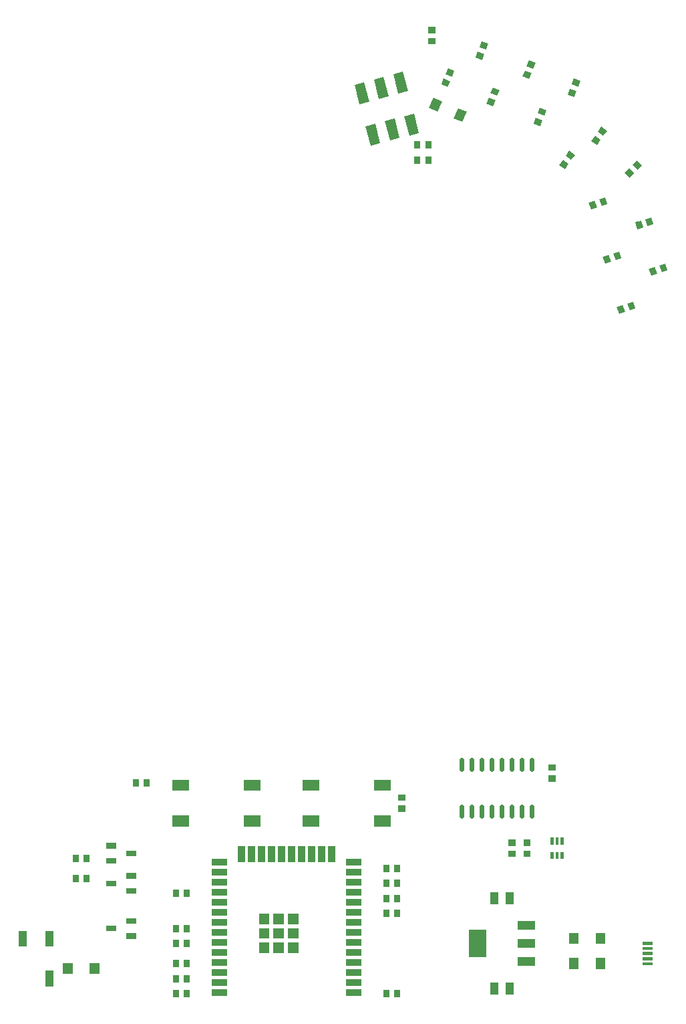
<source format=gbp>
G04 Layer: BottomPasteMaskLayer*
G04 EasyEDA v6.4.17, 2021-02-25T15:28:36--5:00*
G04 aa3373424ab044808dd5acc0b6461e4b,072da06717534aa28f27f5ff42559d36,10*
G04 Gerber Generator version 0.2*
G04 Scale: 100 percent, Rotated: No, Reflected: No *
G04 Dimensions in inches *
G04 leading zeros omitted , absolute positions ,3 integer and 6 decimal *
%FSLAX36Y36*%
%MOIN*%

%ADD26C,0.0236*%

%LPD*%
D26*
X2875000Y1418377D02*
G01*
X2875000Y1465621D01*
X2925000Y1418377D02*
G01*
X2925000Y1465621D01*
X2975000Y1418377D02*
G01*
X2975000Y1465621D01*
X3025000Y1418377D02*
G01*
X3025000Y1465621D01*
X3075000Y1418377D02*
G01*
X3075000Y1465621D01*
X3125000Y1418377D02*
G01*
X3125000Y1465621D01*
X3175000Y1418377D02*
G01*
X3175000Y1465621D01*
X3225000Y1418377D02*
G01*
X3225000Y1465621D01*
X2875000Y1184378D02*
G01*
X2875000Y1231622D01*
X2925000Y1184378D02*
G01*
X2925000Y1231622D01*
X2975000Y1184378D02*
G01*
X2975000Y1231622D01*
X3025000Y1184378D02*
G01*
X3025000Y1231622D01*
X3075000Y1184378D02*
G01*
X3075000Y1231622D01*
X3125000Y1184378D02*
G01*
X3125000Y1231622D01*
X3175000Y1184378D02*
G01*
X3175000Y1231622D01*
X3225000Y1184378D02*
G01*
X3225000Y1231622D01*
G36*
X3094684Y294488D02*
G01*
X3134054Y294488D01*
X3134054Y355511D01*
X3094684Y355511D01*
G37*
G36*
X3015945Y294488D02*
G01*
X3055315Y294488D01*
X3055315Y355511D01*
X3015945Y355511D01*
G37*
G36*
X3015945Y744488D02*
G01*
X3055315Y744488D01*
X3055315Y805511D01*
X3015945Y805511D01*
G37*
G36*
X3094684Y744488D02*
G01*
X3134054Y744488D01*
X3134054Y805511D01*
X3094684Y805511D01*
G37*
G36*
X2909692Y618897D02*
G01*
X2909692Y481102D01*
X2996306Y481102D01*
X2996306Y618897D01*
G37*
G36*
X3153693Y481102D02*
G01*
X3153693Y437795D01*
X3240307Y437795D01*
X3240307Y481102D01*
G37*
G36*
X3153693Y571653D02*
G01*
X3153693Y528346D01*
X3240307Y528346D01*
X3240307Y571653D01*
G37*
G36*
X3153693Y662204D02*
G01*
X3153693Y618897D01*
X3240307Y618897D01*
X3240307Y662204D01*
G37*
G36*
X3409449Y547440D02*
G01*
X3456692Y547440D01*
X3456692Y602559D01*
X3409449Y602559D01*
G37*
G36*
X3543307Y547440D02*
G01*
X3590550Y547440D01*
X3590550Y602559D01*
X3543307Y602559D01*
G37*
G36*
X3409449Y422440D02*
G01*
X3456692Y422440D01*
X3456692Y477559D01*
X3409449Y477559D01*
G37*
G36*
X3543307Y422440D02*
G01*
X3590550Y422440D01*
X3590550Y477559D01*
X3543307Y477559D01*
G37*
G36*
X1231728Y1332283D02*
G01*
X1263224Y1332283D01*
X1263224Y1367716D01*
X1231728Y1367716D01*
G37*
G36*
X1286845Y1332283D02*
G01*
X1318342Y1332283D01*
X1318342Y1367716D01*
X1286845Y1367716D01*
G37*
G36*
X2668189Y4547716D02*
G01*
X2636692Y4547716D01*
X2636692Y4512283D01*
X2668189Y4512283D01*
G37*
G36*
X2723307Y4547716D02*
G01*
X2691810Y4547716D01*
X2691810Y4512283D01*
X2723307Y4512283D01*
G37*
G36*
X2668189Y4472716D02*
G01*
X2636692Y4472716D01*
X2636692Y4437283D01*
X2668189Y4437283D01*
G37*
G36*
X2723307Y4472716D02*
G01*
X2691810Y4472716D01*
X2691810Y4437283D01*
X2723307Y4437283D01*
G37*
G36*
X2834095Y4662710D02*
G01*
X2877583Y4644250D01*
X2899120Y4694987D01*
X2855631Y4713447D01*
G37*
G36*
X2710879Y4715012D02*
G01*
X2754368Y4696552D01*
X2775904Y4747289D01*
X2732416Y4765749D01*
G37*
G36*
X2536810Y907283D02*
G01*
X2568307Y907283D01*
X2568307Y942716D01*
X2536810Y942716D01*
G37*
G36*
X2481692Y907283D02*
G01*
X2513189Y907283D01*
X2513189Y942716D01*
X2481692Y942716D01*
G37*
G36*
X2536810Y832283D02*
G01*
X2568307Y832283D01*
X2568307Y867716D01*
X2536810Y867716D01*
G37*
G36*
X2481692Y832283D02*
G01*
X2513189Y832283D01*
X2513189Y867716D01*
X2481692Y867716D01*
G37*
G36*
X2536810Y757283D02*
G01*
X2568307Y757283D01*
X2568307Y792716D01*
X2536810Y792716D01*
G37*
G36*
X2481692Y757283D02*
G01*
X2513189Y757283D01*
X2513189Y792716D01*
X2481692Y792716D01*
G37*
G36*
X2536810Y682283D02*
G01*
X2568307Y682283D01*
X2568307Y717716D01*
X2536810Y717716D01*
G37*
G36*
X2481692Y682283D02*
G01*
X2513189Y682283D01*
X2513189Y717716D01*
X2481692Y717716D01*
G37*
G36*
X1065550Y452559D02*
G01*
X1018307Y452559D01*
X1018307Y397440D01*
X1065550Y397440D01*
G37*
G36*
X931692Y452559D02*
G01*
X884449Y452559D01*
X884449Y397440D01*
X931692Y397440D01*
G37*
G36*
X797244Y612795D02*
G01*
X797244Y534054D01*
X836613Y534054D01*
X836613Y612795D01*
G37*
G36*
X797244Y415945D02*
G01*
X797244Y337204D01*
X836613Y337204D01*
X836613Y415945D01*
G37*
G36*
X663386Y612795D02*
G01*
X663386Y534054D01*
X702755Y534054D01*
X702755Y612795D01*
G37*
G36*
X1463189Y817716D02*
G01*
X1431692Y817716D01*
X1431692Y782283D01*
X1463189Y782283D01*
G37*
G36*
X1518307Y817716D02*
G01*
X1486810Y817716D01*
X1486810Y782283D01*
X1518307Y782283D01*
G37*
G36*
X1150406Y611220D02*
G01*
X1150406Y638779D01*
X1101193Y638779D01*
X1101193Y611220D01*
G37*
G36*
X1248806Y573820D02*
G01*
X1248806Y601379D01*
X1199593Y601379D01*
X1199593Y573820D01*
G37*
G36*
X1248806Y648620D02*
G01*
X1248806Y676179D01*
X1199593Y676179D01*
X1199593Y648620D01*
G37*
G36*
X1199593Y1013779D02*
G01*
X1199593Y986220D01*
X1248806Y986220D01*
X1248806Y1013779D01*
G37*
G36*
X1101193Y1051179D02*
G01*
X1101193Y1023620D01*
X1150406Y1023620D01*
X1150406Y1051179D01*
G37*
G36*
X1101193Y976379D02*
G01*
X1101193Y948820D01*
X1150406Y948820D01*
X1150406Y976379D01*
G37*
G36*
X1150406Y836220D02*
G01*
X1150406Y863779D01*
X1101193Y863779D01*
X1101193Y836220D01*
G37*
G36*
X1248806Y798820D02*
G01*
X1248806Y826379D01*
X1199593Y826379D01*
X1199593Y798820D01*
G37*
G36*
X1248806Y873620D02*
G01*
X1248806Y901179D01*
X1199593Y901179D01*
X1199593Y873620D01*
G37*
G36*
X1463189Y642716D02*
G01*
X1431692Y642716D01*
X1431692Y607283D01*
X1463189Y607283D01*
G37*
G36*
X1518307Y642716D02*
G01*
X1486810Y642716D01*
X1486810Y607283D01*
X1518307Y607283D01*
G37*
G36*
X986810Y857283D02*
G01*
X1018307Y857283D01*
X1018307Y892716D01*
X986810Y892716D01*
G37*
G36*
X931692Y857283D02*
G01*
X963189Y857283D01*
X963189Y892716D01*
X931692Y892716D01*
G37*
G36*
X986810Y957283D02*
G01*
X1018307Y957283D01*
X1018307Y992716D01*
X986810Y992716D01*
G37*
G36*
X931692Y957283D02*
G01*
X963189Y957283D01*
X963189Y992716D01*
X931692Y992716D01*
G37*
G36*
X3107282Y1013189D02*
G01*
X3107282Y981693D01*
X3142717Y981693D01*
X3142717Y1013189D01*
G37*
G36*
X3107282Y1068306D02*
G01*
X3107282Y1036810D01*
X3142717Y1036810D01*
X3142717Y1068306D01*
G37*
G36*
X3182282Y1013189D02*
G01*
X3182282Y981693D01*
X3217717Y981693D01*
X3217717Y1013189D01*
G37*
G36*
X3182282Y1068306D02*
G01*
X3182282Y1036810D01*
X3217717Y1036810D01*
X3217717Y1068306D01*
G37*
G36*
X1870471Y1311024D02*
G01*
X1870471Y1366142D01*
X1787794Y1366142D01*
X1787794Y1311024D01*
G37*
G36*
X1512204Y1311023D02*
G01*
X1512204Y1366141D01*
X1429528Y1366141D01*
X1429528Y1311023D01*
G37*
G36*
X1870470Y1133857D02*
G01*
X1870470Y1188975D01*
X1787794Y1188975D01*
X1787794Y1133857D01*
G37*
G36*
X1512205Y1133858D02*
G01*
X1512205Y1188975D01*
X1429528Y1188975D01*
X1429528Y1133858D01*
G37*
G36*
X2006692Y699016D02*
G01*
X2006692Y646653D01*
X2059054Y646653D01*
X2059054Y699016D01*
G37*
G36*
X1934449Y699016D02*
G01*
X1934449Y646653D01*
X1986810Y646653D01*
X1986810Y699016D01*
G37*
G36*
X1862205Y699016D02*
G01*
X1862205Y646653D01*
X1914566Y646653D01*
X1914566Y699016D01*
G37*
G36*
X1862205Y554528D02*
G01*
X1862205Y502165D01*
X1914566Y502165D01*
X1914566Y554528D01*
G37*
G36*
X1934449Y554528D02*
G01*
X1934449Y502165D01*
X1986810Y502165D01*
X1986810Y554528D01*
G37*
G36*
X2006692Y554528D02*
G01*
X2006692Y502165D01*
X2059054Y502165D01*
X2059054Y554528D01*
G37*
G36*
X2006692Y626772D02*
G01*
X2006692Y574409D01*
X2059054Y574409D01*
X2059054Y626772D01*
G37*
G36*
X1862205Y626772D02*
G01*
X1862205Y574409D01*
X1914566Y574409D01*
X1914566Y626772D01*
G37*
G36*
X1934449Y626772D02*
G01*
X1934449Y574409D01*
X1986810Y574409D01*
X1986810Y626772D01*
G37*
G36*
X2374016Y323032D02*
G01*
X2295276Y323032D01*
X2295276Y287597D01*
X2374016Y287597D01*
G37*
G36*
X2374016Y373032D02*
G01*
X2295276Y373032D01*
X2295276Y337597D01*
X2374016Y337597D01*
G37*
G36*
X2374016Y423032D02*
G01*
X2295276Y423032D01*
X2295276Y387597D01*
X2374016Y387597D01*
G37*
G36*
X2374016Y473032D02*
G01*
X2295276Y473032D01*
X2295276Y437597D01*
X2374016Y437597D01*
G37*
G36*
X2374016Y523032D02*
G01*
X2295276Y523032D01*
X2295276Y487597D01*
X2374016Y487597D01*
G37*
G36*
X2374016Y573032D02*
G01*
X2295276Y573032D01*
X2295276Y537597D01*
X2374016Y537597D01*
G37*
G36*
X2374016Y623032D02*
G01*
X2295276Y623032D01*
X2295276Y587597D01*
X2374016Y587597D01*
G37*
G36*
X2374016Y673032D02*
G01*
X2295276Y673032D01*
X2295276Y637597D01*
X2374016Y637597D01*
G37*
G36*
X2374016Y723032D02*
G01*
X2295276Y723032D01*
X2295276Y687597D01*
X2374016Y687597D01*
G37*
G36*
X2374016Y773032D02*
G01*
X2295276Y773032D01*
X2295276Y737597D01*
X2374016Y737597D01*
G37*
G36*
X2374016Y823032D02*
G01*
X2295276Y823032D01*
X2295276Y787597D01*
X2374016Y787597D01*
G37*
G36*
X2374016Y873032D02*
G01*
X2295276Y873032D01*
X2295276Y837597D01*
X2374016Y837597D01*
G37*
G36*
X2374016Y923032D02*
G01*
X2295276Y923032D01*
X2295276Y887597D01*
X2374016Y887597D01*
G37*
G36*
X2374016Y973032D02*
G01*
X2295276Y973032D01*
X2295276Y937597D01*
X2374016Y937597D01*
G37*
G36*
X2207282Y1034054D02*
G01*
X2207282Y955315D01*
X2242717Y955315D01*
X2242717Y1034054D01*
G37*
G36*
X2157282Y1034054D02*
G01*
X2157282Y955315D01*
X2192717Y955315D01*
X2192717Y1034054D01*
G37*
G36*
X2107282Y1034054D02*
G01*
X2107282Y955315D01*
X2142717Y955315D01*
X2142717Y1034054D01*
G37*
G36*
X2057282Y1034054D02*
G01*
X2057282Y955315D01*
X2092717Y955315D01*
X2092717Y1034054D01*
G37*
G36*
X2007282Y1034054D02*
G01*
X2007282Y955315D01*
X2042717Y955315D01*
X2042717Y1034054D01*
G37*
G36*
X1957282Y1034054D02*
G01*
X1957282Y955315D01*
X1992717Y955315D01*
X1992717Y1034054D01*
G37*
G36*
X1907282Y1034054D02*
G01*
X1907282Y955315D01*
X1942717Y955315D01*
X1942717Y1034054D01*
G37*
G36*
X1857282Y1034054D02*
G01*
X1857282Y955315D01*
X1892717Y955315D01*
X1892717Y1034054D01*
G37*
G36*
X1807282Y1034054D02*
G01*
X1807282Y955315D01*
X1842717Y955315D01*
X1842717Y1034054D01*
G37*
G36*
X1757282Y1034054D02*
G01*
X1757282Y955315D01*
X1792717Y955315D01*
X1792717Y1034054D01*
G37*
G36*
X1625983Y937597D02*
G01*
X1704723Y937597D01*
X1704723Y973032D01*
X1625983Y973032D01*
G37*
G36*
X1625983Y887597D02*
G01*
X1704723Y887597D01*
X1704723Y923032D01*
X1625983Y923032D01*
G37*
G36*
X1625983Y837597D02*
G01*
X1704723Y837597D01*
X1704723Y873032D01*
X1625983Y873032D01*
G37*
G36*
X1625983Y787597D02*
G01*
X1704723Y787597D01*
X1704723Y823032D01*
X1625983Y823032D01*
G37*
G36*
X1625983Y737597D02*
G01*
X1704723Y737597D01*
X1704723Y773032D01*
X1625983Y773032D01*
G37*
G36*
X1625983Y687597D02*
G01*
X1704723Y687597D01*
X1704723Y723032D01*
X1625983Y723032D01*
G37*
G36*
X1625983Y637597D02*
G01*
X1704723Y637597D01*
X1704723Y673032D01*
X1625983Y673032D01*
G37*
G36*
X1625983Y587597D02*
G01*
X1704723Y587597D01*
X1704723Y623032D01*
X1625983Y623032D01*
G37*
G36*
X1625983Y537597D02*
G01*
X1704723Y537597D01*
X1704723Y573032D01*
X1625983Y573032D01*
G37*
G36*
X1625983Y487597D02*
G01*
X1704723Y487597D01*
X1704723Y523032D01*
X1625983Y523032D01*
G37*
G36*
X1625983Y437597D02*
G01*
X1704723Y437597D01*
X1704723Y473032D01*
X1625983Y473032D01*
G37*
G36*
X1625983Y387597D02*
G01*
X1704723Y387597D01*
X1704723Y423032D01*
X1625983Y423032D01*
G37*
G36*
X1625983Y337597D02*
G01*
X1704723Y337597D01*
X1704723Y373032D01*
X1625983Y373032D01*
G37*
G36*
X1625983Y287597D02*
G01*
X1704723Y287597D01*
X1704723Y323032D01*
X1625983Y323032D01*
G37*
G36*
X2520471Y1311024D02*
G01*
X2520471Y1366142D01*
X2437794Y1366142D01*
X2437794Y1311024D01*
G37*
G36*
X2162204Y1311023D02*
G01*
X2162204Y1366141D01*
X2079528Y1366141D01*
X2079528Y1311023D01*
G37*
G36*
X2520470Y1133857D02*
G01*
X2520470Y1188975D01*
X2437794Y1188975D01*
X2437794Y1133857D01*
G37*
G36*
X2162205Y1133858D02*
G01*
X2162205Y1188975D01*
X2079528Y1188975D01*
X2079528Y1133858D01*
G37*
G36*
X3357870Y1007290D02*
G01*
X3342121Y1007290D01*
X3342121Y971857D01*
X3357870Y971857D01*
G37*
G36*
X3332280Y1007290D02*
G01*
X3316531Y1007290D01*
X3316531Y971857D01*
X3332280Y971857D01*
G37*
G36*
X3332280Y1078151D02*
G01*
X3316531Y1078151D01*
X3316531Y1042716D01*
X3332280Y1042716D01*
G37*
G36*
X3357870Y1078151D02*
G01*
X3342121Y1078151D01*
X3342121Y1042716D01*
X3357870Y1042716D01*
G37*
G36*
X3383459Y1078151D02*
G01*
X3367712Y1078151D01*
X3367712Y1042716D01*
X3383459Y1042716D01*
G37*
G36*
X3383459Y1007290D02*
G01*
X3367712Y1007290D01*
X3367712Y971857D01*
X3383459Y971857D01*
G37*
G36*
X3775195Y456691D02*
G01*
X3775195Y440943D01*
X3828344Y440943D01*
X3828344Y456691D01*
G37*
G36*
X3775195Y482282D02*
G01*
X3775195Y466534D01*
X3828344Y466534D01*
X3828344Y482282D01*
G37*
G36*
X3775195Y507872D02*
G01*
X3775195Y492125D01*
X3828344Y492125D01*
X3828344Y507872D01*
G37*
G36*
X3775195Y533463D02*
G01*
X3775195Y517714D01*
X3828344Y517714D01*
X3828344Y533463D01*
G37*
G36*
X3775195Y559054D02*
G01*
X3775195Y543305D01*
X3828344Y543305D01*
X3828344Y559054D01*
G37*
G36*
X1463189Y392716D02*
G01*
X1431692Y392716D01*
X1431692Y357283D01*
X1463189Y357283D01*
G37*
G36*
X1518307Y392716D02*
G01*
X1486810Y392716D01*
X1486810Y357283D01*
X1518307Y357283D01*
G37*
G36*
X1463189Y567716D02*
G01*
X1431692Y567716D01*
X1431692Y532283D01*
X1463189Y532283D01*
G37*
G36*
X1518307Y567716D02*
G01*
X1486810Y567716D01*
X1486810Y532283D01*
X1518307Y532283D01*
G37*
G36*
X3307282Y1443306D02*
G01*
X3307282Y1411810D01*
X3342717Y1411810D01*
X3342717Y1443306D01*
G37*
G36*
X3307282Y1388189D02*
G01*
X3307282Y1356693D01*
X3342717Y1356693D01*
X3342717Y1388189D01*
G37*
G36*
X1431692Y282283D02*
G01*
X1463189Y282283D01*
X1463189Y317716D01*
X1431692Y317716D01*
G37*
G36*
X1486810Y282283D02*
G01*
X1518307Y282283D01*
X1518307Y317716D01*
X1486810Y317716D01*
G37*
G36*
X2568307Y317716D02*
G01*
X2536810Y317716D01*
X2536810Y282283D01*
X2568307Y282283D01*
G37*
G36*
X2513189Y317716D02*
G01*
X2481692Y317716D01*
X2481692Y282283D01*
X2513189Y282283D01*
G37*
G36*
X1431692Y432283D02*
G01*
X1463189Y432283D01*
X1463189Y467716D01*
X1431692Y467716D01*
G37*
G36*
X1486810Y432283D02*
G01*
X1518307Y432283D01*
X1518307Y467716D01*
X1486810Y467716D01*
G37*
G36*
X2557282Y1293306D02*
G01*
X2557282Y1261810D01*
X2592717Y1261810D01*
X2592717Y1293306D01*
G37*
G36*
X2557282Y1238189D02*
G01*
X2557282Y1206693D01*
X2592717Y1206693D01*
X2592717Y1238189D01*
G37*
G36*
X2742717Y5031693D02*
G01*
X2742717Y5063189D01*
X2707282Y5063189D01*
X2707282Y5031693D01*
G37*
G36*
X2742717Y5086810D02*
G01*
X2742717Y5118307D01*
X2707282Y5118307D01*
X2707282Y5086810D01*
G37*
G36*
X2976836Y4953245D02*
G01*
X2987609Y4982842D01*
X2954312Y4994960D01*
X2943540Y4965364D01*
G37*
G36*
X2995688Y5005039D02*
G01*
X3006459Y5034636D01*
X2973163Y5046754D01*
X2962390Y5017157D01*
G37*
G36*
X3211019Y4858220D02*
G01*
X3222308Y4887624D01*
X3189227Y4900322D01*
X3177939Y4870918D01*
G37*
G36*
X3230772Y4909677D02*
G01*
X3242060Y4939081D01*
X3208980Y4951779D01*
X3197691Y4922375D01*
G37*
G36*
X3436836Y4768245D02*
G01*
X3447609Y4797842D01*
X3414312Y4809960D01*
X3403540Y4780364D01*
G37*
G36*
X3455688Y4820039D02*
G01*
X3466459Y4849636D01*
X3433163Y4861754D01*
X3422390Y4832157D01*
G37*
G36*
X3549673Y4529362D02*
G01*
X3567737Y4555163D01*
X3538712Y4575486D01*
X3520646Y4549686D01*
G37*
G36*
X3581287Y4574513D02*
G01*
X3599353Y4600313D01*
X3570326Y4620637D01*
X3552262Y4594836D01*
G37*
G36*
X3711904Y4366849D02*
G01*
X3734175Y4389121D01*
X3709120Y4414176D01*
X3686849Y4391904D01*
G37*
G36*
X3750879Y4405823D02*
G01*
X3773150Y4428095D01*
X3748095Y4453150D01*
X3725824Y4430879D01*
G37*
G36*
X3748765Y4110395D02*
G01*
X3778885Y4119603D01*
X3768524Y4153490D01*
X3738405Y4144281D01*
G37*
G36*
X3801475Y4126509D02*
G01*
X3831594Y4135718D01*
X3821234Y4169604D01*
X3791115Y4160396D01*
G37*
G36*
X3819287Y3879767D02*
G01*
X3849242Y3889499D01*
X3838292Y3923200D01*
X3808338Y3913467D01*
G37*
G36*
X3871707Y3896799D02*
G01*
X3901661Y3906532D01*
X3890712Y3940232D01*
X3860757Y3930500D01*
G37*
G36*
X2804386Y4818213D02*
G01*
X2816693Y4847204D01*
X2784075Y4861051D01*
X2771769Y4832058D01*
G37*
G36*
X2825924Y4868948D02*
G01*
X2838230Y4897941D01*
X2805613Y4911786D01*
X2793306Y4882795D01*
G37*
G36*
X3030204Y4723209D02*
G01*
X3042002Y4752411D01*
X3009148Y4765686D01*
X2997349Y4736482D01*
G37*
G36*
X3050851Y4774313D02*
G01*
X3062650Y4803517D01*
X3029795Y4816790D01*
X3017997Y4787588D01*
G37*
G36*
X3265204Y4623209D02*
G01*
X3277002Y4652411D01*
X3244148Y4665686D01*
X3232349Y4636482D01*
G37*
G36*
X3285851Y4674313D02*
G01*
X3297650Y4703517D01*
X3264795Y4716790D01*
X3252997Y4687588D01*
G37*
G36*
X3389673Y4409362D02*
G01*
X3407737Y4435163D01*
X3378712Y4455486D01*
X3360646Y4429686D01*
G37*
G36*
X3421287Y4454513D02*
G01*
X3439353Y4480313D01*
X3410326Y4500637D01*
X3392262Y4474836D01*
G37*
G36*
X3519287Y4209767D02*
G01*
X3549242Y4219499D01*
X3538292Y4253200D01*
X3508338Y4243467D01*
G37*
G36*
X3571707Y4226799D02*
G01*
X3601661Y4236532D01*
X3590712Y4270232D01*
X3560757Y4260500D01*
G37*
G36*
X3589287Y3939767D02*
G01*
X3619242Y3949499D01*
X3608292Y3983200D01*
X3578338Y3973467D01*
G37*
G36*
X3641707Y3956799D02*
G01*
X3671661Y3966532D01*
X3660712Y4000232D01*
X3630757Y3990500D01*
G37*
G36*
X3659287Y3689767D02*
G01*
X3689242Y3699499D01*
X3678292Y3733200D01*
X3648338Y3723467D01*
G37*
G36*
X3711707Y3706799D02*
G01*
X3741661Y3716532D01*
X3730712Y3750232D01*
X3700757Y3740500D01*
G37*
G36*
X2364382Y4733166D02*
G01*
X2412678Y4746108D01*
X2386796Y4842700D01*
X2338500Y4829760D01*
G37*
G36*
X2420019Y4525529D02*
G01*
X2468316Y4538472D01*
X2442434Y4635064D01*
X2394137Y4622123D01*
G37*
G36*
X2460976Y4759049D02*
G01*
X2509272Y4771990D01*
X2483389Y4868582D01*
X2435092Y4855641D01*
G37*
G36*
X2516611Y4551413D02*
G01*
X2564907Y4564353D01*
X2539026Y4660945D01*
X2490730Y4648004D01*
G37*
G36*
X2557568Y4784931D02*
G01*
X2605864Y4797872D01*
X2579983Y4894465D01*
X2531685Y4881523D01*
G37*
G36*
X2613203Y4577294D02*
G01*
X2661499Y4590236D01*
X2635618Y4686828D01*
X2587322Y4673887D01*
G37*
M02*

</source>
